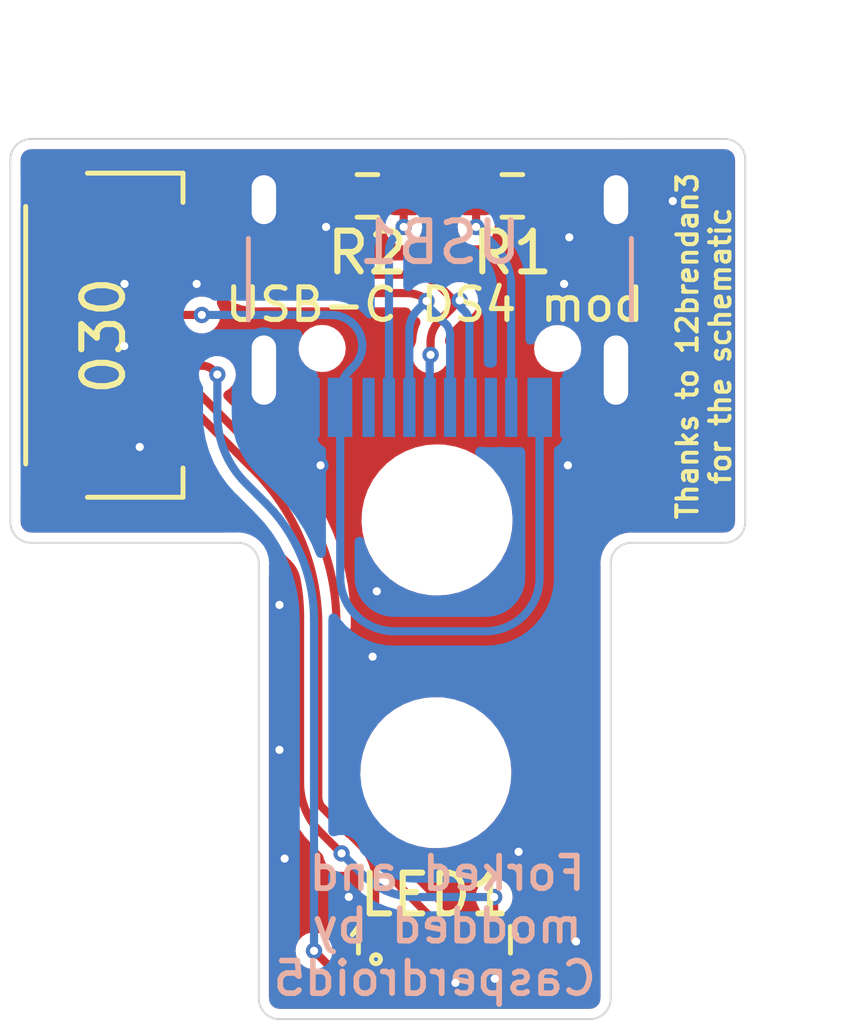
<source format=kicad_pcb>
(kicad_pcb (version 20211014) (generator pcbnew)
  (layers (0 "F.Cu" signal) (31 "B.Cu" signal) (34 "B.Paste" user) (35 "F.Paste" user) (36 "B.SilkS" user "B.Silkscreen") (37 "F.SilkS" user "F.Silkscreen") (38 "B.Mask" user) (39 "F.Mask" user) (44 "Edge.Cuts" user))
  (net 0 "")
  (net 1 "+5V")
  (net 2 "/G")
  (net 3 "/R")
  (net 4 "/B")
  (net 5 "GND")
  (net 6 "/D+")
  (net 7 "/D-")
  (net 8 "/Annode")
  (net 9 "Net-(R1-Pad1)")
  (net 10 "Net-(R2-Pad2)")
  (net 11 "Net-(USB1-PadB8)")
  (net 12 "Net-(USB1-PadA8)")
  (footprint "Resistor_SMD:R_0603_1608Metric_Pad0.98x0.95mm_HandSolder" (layer "F.Cu") (at 108.077 53.721)
    (fp_text reference "R1" (at 0 1.397) (layer "F.SilkS"))
    (fp_text value "5.1k")
    (fp_line (start -0.254724 0.5225) (end 0.254724 0.5225) (layer "F.SilkS") (width 0.12))
    (fp_line (start -0.254724 -0.5225) (end 0.254724 -0.5225) (layer "F.SilkS") (width 0.12))
    (pad "1" smd roundrect locked (at -0.9125 0) (size 0.975 0.95) (layers "F.Cu" "F.Paste" "F.Mask") (net 9 "Net-(R1-Pad1)"))
    (pad "2" smd roundrect locked (at 0.9125 0) (size 0.975 0.95) (layers "F.Cu" "F.Paste" "F.Mask") (net 5 "GND"))
  )
  (footprint "Molex 5034801200:503480-1200" (layer "F.Cu") (at 98.0646 57.138001 -90)
    (fp_text reference "J1" hide)
    (fp_text value "030" (at 0.011999 0.0206 -90) (layer "F.SilkS"))
    (fp_line (start 3.9751 0.414919) (end 3.9751 -1.9304) (layer "F.SilkS") (width 0.12))
    (fp_line (start 3.9751 -1.9304) (end 3.257345 -1.9304) (layer "F.SilkS") (width 0.12))
    (fp_line (start -3.9751 -1.9304) (end -3.9751 0.414919) (layer "F.SilkS") (width 0.12))
    (fp_line (start -3.1585 1.9304) (end 3.1585 1.9304) (layer "F.SilkS") (width 0.12))
    (fp_line (start -3.257345 -1.9304) (end -3.9751 -1.9304) (layer "F.SilkS") (width 0.12))
    (pad "1" smd rect locked (at -2.75 -1.5034 270) (size 0.3556 0.762) (layers "F.Cu" "F.Paste" "F.Mask") (net 5 "GND"))
    (pad "2" smd rect locked (at -2.250001 -1.5034 270) (size 0.3556 0.762) (layers "F.Cu" "F.Paste" "F.Mask") (net 6 "/D+"))
    (pad "3" smd rect locked (at -1.749999 -1.5034 270) (size 0.3556 0.762) (layers "F.Cu" "F.Paste" "F.Mask") (net 7 "/D-"))
    (pad "4" smd rect locked (at -1.25 -1.5034 270) (size 0.3556 0.762) (layers "F.Cu" "F.Paste" "F.Mask") (net 5 "GND"))
    (pad "5" smd rect locked (at -0.750001 -1.5034 270) (size 0.3556 0.762) (layers "F.Cu" "F.Paste" "F.Mask") (net 1 "+5V"))
    (pad "6" smd rect locked (at -0.25 -1.5034 270) (size 0.3556 0.762) (layers "F.Cu" "F.Paste" "F.Mask") (net 1 "+5V"))
    (pad "7" smd rect locked (at 0.25 -1.5034 270) (size 0.3556 0.762) (layers "F.Cu" "F.Paste" "F.Mask") (net 5 "GND"))
    (pad "8" smd rect locked (at 0.750001 -1.5034 270) (size 0.3556 0.762) (layers "F.Cu" "F.Paste" "F.Mask") (net 8 "/Annode"))
    (pad "9" smd rect locked (at 1.25 -1.5034 270) (size 0.3556 0.762) (layers "F.Cu" "F.Paste" "F.Mask") (net 2 "/G"))
    (pad "10" smd rect locked (at 1.749999 -1.5034 270) (size 0.3556 0.762) (layers "F.Cu" "F.Paste" "F.Mask") (net 3 "/R"))
    (pad "11" smd rect locked (at 2.250001 -1.5034 270) (size 0.3556 0.762) (layers "F.Cu" "F.Paste" "F.Mask") (net 4 "/B"))
    (pad "12" smd rect locked (at 2.75 -1.5034 270) (size 0.3556 0.762) (layers "F.Cu" "F.Paste" "F.Mask") (net 5 "GND"))
    (pad "13" smd rect locked (at -3.540001 1.1466 270) (size 0.3556 1.0414) (layers "F.Cu" "F.Paste" "F.Mask"))
    (pad "14" smd rect locked (at 3.540001 1.1466 270) (size 0.3556 1.0414) (layers "F.Cu" "F.Paste" "F.Mask"))
  )
  (footprint "Resistor_SMD:R_0603_1608Metric_Pad0.98x0.95mm_HandSolder" (layer "F.Cu") (at 104.521 53.721)
    (fp_text reference "R2" (at 0 1.397 180) (layer "F.SilkS"))
    (fp_text value "5.1k")
    (fp_line (start -0.254724 -0.5225) (end 0.254724 -0.5225) (layer "F.SilkS") (width 0.12))
    (fp_line (start -0.254724 0.5225) (end 0.254724 0.5225) (layer "F.SilkS") (width 0.12))
    (pad "1" smd roundrect locked (at -0.9125 0) (size 0.975 0.95) (layers "F.Cu" "F.Paste" "F.Mask") (net 5 "GND"))
    (pad "2" smd roundrect locked (at 0.9125 0) (size 0.975 0.95) (layers "F.Cu" "F.Paste" "F.Mask") (net 10 "Net-(R2-Pad2)"))
  )
  (footprint "New_LED:FM-3510RGBA-SG" (layer "F.Cu") (at 106.23 72.096)
    (fp_text reference "LED1" (at -0.058 -1.23) (layer "F.SilkS"))
    (fp_text value "LED_RAGB")
    (fp_line (start -1.93 -0.45) (end -2.08 -0.25) (layer "F.SilkS") (width 0.12))
    (fp_line (start -1.93 0.2) (end -1.93 -0.45) (layer "F.SilkS") (width 0.12))
    (fp_line (start 1.8 0.2) (end 1.8 -0.45) (layer "F.SilkS") (width 0.12))
    (fp_line (start 1.8 -0.45) (end 1.95 -0.25) (layer "F.SilkS") (width 0.12))
    (fp_circle (center -1.5 0.35) (end -1.45 0.35) (layer "F.SilkS") (width 0.12) (fill none))
    (pad "1" smd rect locked (at -1.52 -0.085) (size 0.6 0.5) (layers "F.Cu" "F.Paste" "F.Mask") (net 3 "/R"))
    (pad "2" smd rect locked (at -0.45 0.04) (size 0.44 0.75) (layers "F.Cu" "F.Paste" "F.Mask") (net 8 "/Annode"))
    (pad "3" smd rect locked (at 0.45 0.04) (size 0.44 0.75) (layers "F.Cu" "F.Paste" "F.Mask") (net 2 "/G"))
    (pad "4" smd rect locked (at 1.4 -0.085) (size 0.6 0.5) (layers "F.Cu" "F.Paste" "F.Mask") (net 4 "/B"))
  )
  (footprint "" (layer "F.Cu") (at 106.2 67.87)
    (fp_text reference "" (at 0 0) (layer "F.SilkS") (effects (font (size 1.27 1.27))))
    (fp_text value "" (at 0 0) (layer "F.SilkS") (effects (font (size 1.27 1.27))))
    (pad "" np_thru_hole circle (at 0 0) (size 3.2 3.2) (drill 3.2) (layers *.Cu *.Mask))
  )
  (footprint "MountingHole:MountingHole_3.2mm_M3" (layer "F.Cu") (at 106.23 61.67)
    (fp_text reference "REF**" hide)
    (fp_text value "MountingHole_3.2mm_M3")
    (pad "" np_thru_hole circle (at 0 0) (size 3.2 3.2) (drill 3.2) (layers *.Cu *.Mask))
  )
  (footprint "Connector_USB:USB_C_Receptacle_HRO_TYPE-C-31-M-12" (layer "B.Cu") (at 106.299 54.864)
    (fp_text reference "USB1" (at 0 0) (layer "B.SilkS") (effects (justify mirror)))
    (fp_text value "USB_C_Receptacle_USB2.0")
    (fp_line (start -4.7 1.9) (end -4.7 -0.1) (layer "B.SilkS") (width 0.12))
    (fp_line (start 4.7 1.9) (end 4.7 -0.1) (layer "B.SilkS") (width 0.12))
    (pad "" np_thru_hole circle locked (at -2.89 2.6) (size 0.65 0.65) (drill 0.65) (layers *.Cu *.Mask))
    (pad "" np_thru_hole circle locked (at 2.89 2.6) (size 0.65 0.65) (drill 0.65) (layers *.Cu *.Mask))
    (pad "A1" smd rect locked (at -3.25 4.045) (size 0.6 1.45) (layers "B.Cu" "B.Paste" "B.Mask") (net 5 "GND"))
    (pad "A4" smd rect locked (at -2.45 4.045) (size 0.6 1.45) (layers "B.Cu" "B.Paste" "B.Mask") (net 1 "+5V"))
    (pad "A5" smd rect locked (at -1.25 4.045) (size 0.3 1.45) (layers "B.Cu" "B.Paste" "B.Mask") (net 10 "Net-(R2-Pad2)"))
    (pad "A6" smd rect locked (at -0.25 4.045) (size 0.3 1.45) (layers "B.Cu" "B.Paste" "B.Mask") (net 6 "/D+"))
    (pad "A7" smd rect locked (at 0.25 4.045) (size 0.3 1.45) (layers "B.Cu" "B.Paste" "B.Mask") (net 7 "/D-"))
    (pad "A8" smd rect locked (at 1.25 4.045) (size 0.3 1.45) (layers "B.Cu" "B.Paste" "B.Mask") (net 12 "Net-(USB1-PadA8)"))
    (pad "A9" smd rect locked (at 2.45 4.045) (size 0.6 1.45) (layers "B.Cu" "B.Paste" "B.Mask") (net 1 "+5V"))
    (pad "A12" smd rect locked (at 3.25 4.045) (size 0.6 1.45) (layers "B.Cu" "B.Paste" "B.Mask") (net 5 "GND"))
    (pad "B1" smd rect locked (at 3.25 4.045) (size 0.6 1.45) (layers "B.Cu" "B.Paste" "B.Mask") (net 5 "GND"))
    (pad "B4" smd rect locked (at 2.45 4.045) (size 0.6 1.45) (layers "B.Cu" "B.Paste" "B.Mask") (net 1 "+5V"))
    (pad "B5" smd rect locked (at 1.75 4.045) (size 0.3 1.45) (layers "B.Cu" "B.Paste" "B.Mask") (net 9 "Net-(R1-Pad1)"))
    (pad "B6" smd rect locked (at 0.75 4.045) (size 0.3 1.45) (layers "B.Cu" "B.Paste" "B.Mask") (net 6 "/D+"))
    (pad "B7" smd rect locked (at -0.75 4.045) (size 0.3 1.45) (layers "B.Cu" "B.Paste" "B.Mask") (net 7 "/D-"))
    (pad "B8" smd rect locked (at -1.75 4.045) (size 0.3 1.45) (layers "B.Cu" "B.Paste" "B.Mask") (net 11 "Net-(USB1-PadB8)"))
    (pad "B9" smd rect locked (at -2.45 4.045) (size 0.6 1.45) (layers "B.Cu" "B.Paste" "B.Mask") (net 1 "+5V"))
    (pad "B12" smd rect locked (at -3.25 4.045) (size 0.6 1.45) (layers "B.Cu" "B.Paste" "B.Mask") (net 5 "GND"))
    (pad "S1" thru_hole oval locked (at -4.32 3.13) (size 1 2.1) (drill oval 0.6 1.7) (layers *.Cu *.Mask) (net 5 "GND"))
    (pad "S1" thru_hole oval locked (at -4.32 -1.05) (size 1 1.6) (drill oval 0.6 1.2) (layers *.Cu *.Mask) (net 5 "GND"))
    (pad "S1" thru_hole oval locked (at 4.32 3.13) (size 1 2.1) (drill oval 0.6 1.7) (layers *.Cu *.Mask) (net 5 "GND"))
    (pad "S1" thru_hole oval locked (at 4.32 -1.05) (size 1 1.6) (drill oval 0.6 1.2) (layers *.Cu *.Mask) (net 5 "GND"))
  )
  (gr_line (start 110.49 73.406) (end 110.49 62.738) (layer "Edge.Cuts") (width 0.05))
  (gr_line (start 110.998 62.23) (end 113.284 62.23) (layer "Edge.Cuts") (width 0.05))
  (gr_line (start 113.792 61.722) (end 113.792 52.832) (layer "Edge.Cuts") (width 0.05))
  (gr_line (start 101.854 62.738) (end 101.854 73.406) (layer "Edge.Cuts") (width 0.05))
  (gr_line (start 110.744 52.324) (end 96.266 52.324) (layer "Edge.Cuts") (width 0.05))
  (gr_arc (start 95.758 52.832) (mid 95.90679 52.47279) (end 96.266 52.324) (layer "Edge.Cuts") (width 0.05))
  (gr_arc (start 110.49 62.738) (mid 110.63879 62.37879) (end 110.998 62.23) (layer "Edge.Cuts") (width 0.05))
  (gr_arc (start 96.266 62.23) (mid 95.90679 62.08121) (end 95.758 61.722) (layer "Edge.Cuts") (width 0.05))
  (gr_line (start 95.758 52.832) (end 95.758 61.722) (layer "Edge.Cuts") (width 0.05))
  (gr_arc (start 113.284 52.324) (mid 113.64321 52.47279) (end 113.792 52.832) (layer "Edge.Cuts") (width 0.05))
  (gr_arc (start 102.362 73.914) (mid 102.00279 73.76521) (end 101.854 73.406) (layer "Edge.Cuts") (width 0.05))
  (gr_line (start 96.266 62.23) (end 101.346 62.23) (layer "Edge.Cuts") (width 0.05))
  (gr_line (start 102.362 73.914) (end 109.982 73.914) (layer "Edge.Cuts") (width 0.05))
  (gr_arc (start 101.346 62.23) (mid 101.70521 62.37879) (end 101.854 62.738) (layer "Edge.Cuts") (width 0.05))
  (gr_arc (start 110.49 73.406) (mid 110.34121 73.76521) (end 109.982 73.914) (layer "Edge.Cuts") (width 0.05))
  (gr_line (start 113.284 52.324) (end 110.744 52.324) (layer "Edge.Cuts") (width 0.05))
  (gr_arc (start 113.792 61.722) (mid 113.64321 62.08121) (end 113.284 62.23) (layer "Edge.Cuts") (width 0.05))
  (gr_text "Forked and \nmodded by \nCasperdroid5" (at 106.172 71.628) (layer "B.SilkS") (effects (font (size 0.8 0.8) (thickness 0.14)) (justify mirror)))
  (gr_text "USB-C DS4 mod" (at 106.172 56.388) (layer "F.SilkS") (effects (font (size 0.8 0.8) (thickness 0.125))))
  (gr_text "Thanks to 12brendan3\nfor the schematic" (at 112.776 57.404 90) (layer "F.SilkS") (effects (font (size 0.5 0.5) (thickness 0.1))))
  (segment (start 99.568 56.518999) (end 99.568 56.765) (width 0.2) (layer "F.Cu") (net 1))
  (segment (start 99.568 56.518999) (end 99.568 56.388) (width 0.2) (layer "F.Cu") (net 1))
  (segment (start 99.568 56.765) (end 99.568 56.888001) (width 0.2) (layer "F.Cu") (net 1))
  (segment (start 99.691 56.642) (end 100.457 56.642) (width 0.2) (layer "F.Cu") (net 1))
  (via (at 100.457 56.642) (size 0.4) (drill 0.2) (layers "F.Cu" "B.Cu") (net 1))
  (arc (start 99.691 56.642) (mid 99.604025 56.678025) (end 99.568 56.765) (width 0.2) (layer "F.Cu") (net 1))
  (arc (start 99.691 56.642) (mid 99.604025 56.605973) (end 99.568 56.518999) (width 0.2) (layer "F.Cu") (net 1))
  (segment (start 104.179217 56.871717) (end 104.17175 56.86425) (width 0.2) (layer "B.Cu") (net 1))
  (segment (start 104.179216 57.90878) (end 104.085881 58.002116) (width 0.2) (layer "B.Cu") (net 1))
  (segment (start 100.457 56.642) (end 103.635191 56.642) (width 0.2) (layer "B.Cu") (net 1))
  (segment (start 105.179421 64.4) (end 107.421992 64.4) (width 0.2) (layer "B.Cu") (net 1))
  (segment (start 103.853 58.915828) (end 103.853 63.073578) (width 0.2) (layer "B.Cu") (net 1))
  (segment (start 108.745 63.076992) (end 108.745 58.915828) (width 0.2) (layer "B.Cu") (net 1))
  (arc (start 104.2415 64.0115) (mid 103.953967 63.581177) (end 103.853 63.073578) (width 0.2) (layer "B.Cu") (net 1))
  (arc (start 108.3575 64.0125) (mid 107.928285 64.299292) (end 107.421992 64.4) (width 0.2) (layer "B.Cu") (net 1))
  (arc (start 103.635191 56.642) (mid 103.925574 56.69976) (end 104.17175 56.86425) (width 0.2) (layer "B.Cu") (net 1))
  (arc (start 104.179217 56.871717) (mid 104.338179 57.109621) (end 104.394 57.390249) (width 0.2) (layer "B.Cu") (net 1))
  (arc (start 108.745 63.076992) (mid 108.644292 63.583285) (end 108.3575 64.0125) (width 0.2) (layer "B.Cu") (net 1))
  (arc (start 104.394 57.390249) (mid 104.338179 57.670876) (end 104.179216 57.90878) (width 0.2) (layer "B.Cu") (net 1))
  (arc (start 103.849 58.573999) (mid 103.910563 58.264498) (end 104.085881 58.002116) (width 0.2) (layer "B.Cu") (net 1))
  (arc (start 105.179421 64.4) (mid 104.671822 64.299032) (end 104.2415 64.0115) (width 0.2) (layer "B.Cu") (net 1))
  (segment (start 105.357527 70.697879) (end 106.639112 71.979464) (width 0.2) (layer "F.Cu") (net 2))
  (segment (start 103.759 64.191277) (end 103.759 64.243085) (width 0.2) (layer "F.Cu") (net 2))
  (segment (start 102.165207 60.343521) (end 100.436557 58.614871) (width 0.2) (layer "F.Cu") (net 2))
  (segment (start 99.888843 58.388001) (end 99.568 58.388001) (width 0.2) (layer "F.Cu") (net 2))
  (segment (start 103.74 67.825) (end 103.74 64.223712) (width 0.2) (layer "F.Cu") (net 2))
  (segment (start 104.918872 69.638872) (end 104.189012 68.909012) (width 0.2) (layer "F.Cu") (net 2))
  (segment (start 103.7495 64.200777) (end 103.759 64.191277) (width 0.2) (layer "F.Cu") (net 2))
  (arc (start 100.436557 58.614871) (mid 100.185263 58.446962) (end 99.888843 58.388001) (width 0.2) (layer "F.Cu") (net 2))
  (arc (start 103.74 67.825) (mid 103.856694 68.411663) (end 104.189012 68.909012) (width 0.2) (layer "F.Cu") (net 2))
  (arc (start 105.1382 70.168376) (mid 105.195201 70.454941) (end 105.357527 70.697879) (width 0.2) (layer "F.Cu") (net 2))
  (arc (start 105.1382 70.168376) (mid 105.081198 69.88181) (end 104.918872 69.638872) (width 0.2) (layer "F.Cu") (net 2))
  (arc (start 103.74 64.223712) (mid 103.742468 64.211299) (end 103.7495 64.200777) (width 0.2) (layer "F.Cu") (net 2))
  (arc (start 102.165207 60.343521) (mid 103.344786 62.108886) (end 103.759 64.191277) (width 0.2) (layer "F.Cu") (net 2))
  (segment (start 104.396376 69.688624) (end 104.089028 69.381276) (width 0.2) (layer "F.Cu") (net 3))
  (segment (start 103.301838 63.890136) (end 103.291659 63.773804) (width 0.2) (layer "F.Cu") (net 3))
  (segment (start 103.33178 68.578521) (end 103.339385 68.601924) (width 0.2) (layer "F.Cu") (net 3))
  (segment (start 104.058723 69.368723) (end 103.399624 68.709624) (width 0.2) (layer "F.Cu") (net 3))
  (segment (start 103.3145 64.356839) (end 103.3145 68.469427) (width 0.2) (layer "F.Cu") (net 3))
  (segment (start 100.282818 59.013626) (end 100.312968 59.033769) (width 0.2) (layer "F.Cu") (net 3))
  (segment (start 104.71 70.445779) (end 104.71 72.011) (width 0.2) (layer "F.Cu") (net 3))
  (segment (start 99.981781 58.896608) (end 100.017342 58.90368) (width 0.2) (layer "F.Cu") (net 3))
  (segment (start 101.664337 60.372995) (end 100.421133 59.129791) (width 0.2) (layer "F.Cu") (net 3))
  (segment (start 102.060443 60.801425) (end 101.985381 60.71197) (width 0.2) (layer "F.Cu") (net 3))
  (arc (start 103.33178 68.578521) (mid 103.318846 68.524654) (end 103.3145 68.469427) (width 0.2) (layer "F.Cu") (net 3))
  (arc (start 102.344545 61.171673) (mid 102.206533 60.983449) (end 102.060443 60.801425) (width 0.2) (layer "F.Cu") (net 3))
  (arc (start 102.810793 61.979232) (mid 102.707562 61.769902) (end 102.595299 61.565275) (width 0.2) (layer "F.Cu") (net 3))
  (arc (start 103.313259 64.123265) (mid 103.309782 64.006591) (end 103.301838 63.890136) (width 0.2) (layer "F.Cu") (net 3))
  (arc (start 100.155494 58.945579) (mid 100.087447 58.921236) (end 100.017342 58.90368) (width 0.2) (layer "F.Cu") (net 3))
  (arc (start 100.155494 58.945579) (mid 100.220827 58.976475) (end 100.282818 59.013626) (width 0.2) (layer "F.Cu") (net 3))
  (arc (start 103.363273 68.659593) (mid 103.37948 68.686038) (end 103.399624 68.709624) (width 0.2) (layer "F.Cu") (net 3))
  (arc (start 101.828615 60.539041) (mid 101.746698 60.455798) (end 101.664337 60.372995) (width 0.2) (layer "F.Cu") (net 3))
  (arc (start 100.369307 59.079031) (mid 100.395351 59.104276) (end 100.421133 59.129791) (width 0.2) (layer "F.Cu") (net 3))
  (arc (start 103.3145 64.356839) (mid 103.314189 64.24005) (end 103.313259 64.123265) (width 0.2) (layer "F.Cu") (net 3))
  (arc (start 102.344545 61.171673) (mid 102.474216 61.365738) (end 102.595299 61.565275) (width 0.2) (layer "F.Cu") (net 3))
  (arc (start 102.989389 62.410395) (mid 103.064414 62.631408) (end 103.129728 62.855483) (width 0.2) (layer "F.Cu") (net 3))
  (arc (start 103.23074 63.311108) (mid 103.185205 63.082193) (end 103.129728 62.855483) (width 0.2) (layer "F.Cu") (net 3))
  (arc (start 104.396376 69.688624) (mid 104.628491 70.036009) (end 104.71 70.445779) (width 0.2) (layer "F.Cu") (net 3))
  (arc (start 100.369307 59.079031) (mid 100.342131 59.055162) (end 100.312968 59.033769) (width 0.2) (layer "F.Cu") (net 3))
  (arc (start 102.810793 61.979232) (mid 102.904795 62.192865) (end 102.989389 62.410395) (width 0.2) (layer "F.Cu") (net 3))
  (arc (start 99.909937 58.888766) (mid 99.873668 58.888191) (end 99.837396 58.888) (width 0.2) (layer "F.Cu") (net 3))
  (arc (start 101.828615 60.539041) (mid 101.908653 60.624005) (end 101.985381 60.71197) (width 0.2) (layer "F.Cu") (net 3))
  (arc (start 104.058723 69.368723) (mid 104.065675 69.373368) (end 104.073876 69.375) (width 0.2) (layer "F.Cu") (net 3))
  (arc (start 104.073876 69.375) (mid 104.082076 69.376631) (end 104.089028 69.381276) (width 0.2) (layer "F.Cu") (net 3))
  (arc (start 103.23074 63.311108) (mid 103.266247 63.541791) (end 103.291659 63.773804) (width 0.2) (layer "F.Cu") (net 3))
  (arc (start 99.909937 58.888766) (mid 99.946031 58.891113) (end 99.981781 58.896608) (width 0.2) (layer "F.Cu") (net 3))
  (arc (start 103.363273 68.659593) (mid 103.350196 68.631228) (end 103.339385 68.601924) (width 0.2) (layer "F.Cu") (net 3))
  (segment (start 107.63 70.92) (end 107.63 72.011) (width 0.2) (layer "F.Cu") (net 4))
  (segment (start 100.615266 60.785362) (end 102.572324 62.74242) (width 0.2) (layer "F.Cu") (net 4))
  (segment (start 102.867277 68.110931) (end 102.867277 64.033038) (width 0.2) (layer "F.Cu") (net 4))
  (segment (start 100.044495 59.388002) (end 99.568 59.388002) (width 0.2) (layer "F.Cu") (net 4))
  (segment (start 100.287444 59.993929) (end 100.287444 59.63095) (width 0.2) (layer "F.Cu") (net 4))
  (segment (start 103.376638 69.340638) (end 103.886 69.85) (width 0.2) (layer "F.Cu") (net 4))
  (via (at 107.63 70.92) (size 0.4) (drill 0.2) (layers "F.Cu" "B.Cu") (net 4))
  (via (at 103.886 69.85) (size 0.4) (drill 0.2) (layers "F.Cu" "B.Cu") (net 4))
  (arc (start 102.77808 63.127366) (mid 102.703753 62.919632) (end 102.572324 62.74242) (width 0.2) (layer "F.Cu") (net 4))
  (arc (start 102.867277 68.110931) (mid 102.999655 68.776443) (end 103.376638 69.340638) (width 0.2) (layer "F.Cu") (net 4))
  (arc (start 100.044495 59.388002) (mid 100.137467 59.406495) (end 100.216286 59.45916) (width 0.2) (layer "F.Cu") (net 4))
  (arc (start 100.216286 59.45916) (mid 100.26895 59.537978) (end 100.287444 59.63095) (width 0.2) (layer "F.Cu") (net 4))
  (arc (start 102.867277 64.033038) (mid 102.861685 63.80525) (end 102.844924 63.578011) (width 0.2) (layer "F.Cu") (net 4))
  (arc (start 100.287444 59.993929) (mid 100.372642 60.422249) (end 100.615266 60.785362) (width 0.2) (layer "F.Cu") (net 4))
  (arc (start 102.77808 63.127366) (mid 102.817033 63.351868) (end 102.844924 63.578011) (width 0.2) (layer "F.Cu") (net 4))
  (segment (start 105.712604 70.92) (end 107.63 70.92) (width 0.2) (layer "B.Cu") (net 4))
  (segment (start 103.886 69.85) (end 104.421 70.385) (width 0.2) (layer "B.Cu") (net 4))
  (arc (start 105.712604 70.92) (mid 105.013593 70.780958) (end 104.421 70.385) (width 0.2) (layer "B.Cu") (net 4))
  (segment (start 98.560001 55.88) (end 98.564001 55.884) (width 0.2) (layer "F.Cu") (net 5))
  (segment (start 100.316341 55.888001) (end 99.568 55.888001) (width 0.2) (layer "F.Cu") (net 5))
  (segment (start 98.573659 55.888001) (end 99.568 55.888001) (width 0.2) (layer "F.Cu") (net 5))
  (segment (start 98.552 57.404) (end 98.559999 57.396) (width 0.2) (layer "F.Cu") (net 5))
  (segment (start 98.579312 57.388001) (end 99.568 57.388001) (width 0.2) (layer "F.Cu") (net 5))
  (segment (start 98.945805 59.888001) (end 99.568 59.888001) (width 0.2) (layer "F.Cu") (net 5))
  (segment (start 98.933 59.8805) (end 98.93675 59.88425) (width 0.2) (layer "F.Cu") (net 5))
  (segment (start 100.33 55.88) (end 100.325999 55.884) (width 0.2) (layer "F.Cu") (net 5))
  (via (at 109.44 60.33) (size 0.4) (drill 0.2) (layers "F.Cu" "B.Cu") (net 5))
  (via (at 109.474 54.737) (size 0.4) (drill 0.2) (layers "F.Cu" "B.Cu") (net 5))
  (via (at 102.489 69.977) (size 0.4) (drill 0.2) (layers "F.Cu" "B.Cu") (net 5))
  (via (at 100.33 55.88) (size 0.4) (drill 0.2) (layers "F.Cu" "B.Cu") (net 5))
  (via (at 104.648 65.024) (size 0.4) (drill 0.2) (layers "F.Cu" "B.Cu") (net 5))
  (via (at 109.64 72.01) (size 0.4) (drill 0.2) (layers "F.Cu" "B.Cu") (net 5))
  (via (at 103.37 60.33) (size 0.4) (drill 0.2) (layers "F.Cu" "B.Cu") (net 5))
  (via (at 102.362 63.754) (size 0.4) (drill 0.2) (layers "F.Cu" "B.Cu") (net 5))
  (via (at 106.68 73.025) (size 0.4) (drill 0.2) (layers "F.Cu" "B.Cu") (net 5))
  (via (at 102.362 67.31) (size 0.4) (drill 0.2) (layers "F.Cu" "B.Cu") (net 5))
  (via (at 108.23 69.81) (size 0.4) (drill 0.2) (layers "F.Cu" "B.Cu") (net 5))
  (via (at 104.75 63.42) (size 0.4) (drill 0.2) (layers "F.Cu" "B.Cu") (net 5))
  (via (at 103.505 54.483) (size 0.4) (drill 0.2) (layers "F.Cu" "B.Cu") (net 5))
  (via (at 98.560001 55.88) (size 0.4) (drill 0.2) (layers "F.Cu" "B.Cu") (net 5))
  (via (at 109.347 55.88) (size 0.4) (drill 0.2) (layers "F.Cu" "B.Cu") (net 5))
  (via (at 104.0638 70.9168) (size 0.4) (drill 0.2) (layers "F.Cu" "B.Cu") (net 5))
  (via (at 98.552 57.404) (size 0.4) (drill 0.2) (layers "F.Cu" "B.Cu") (net 5))
  (via (at 107.6452 72.9234) (size 0.4) (drill 0.2) (layers "F.Cu" "B.Cu") (net 5))
  (via (at 98.933 59.8805) (size 0.4) (drill 0.2) (layers "F.Cu" "B.Cu") (net 5))
  (via (at 112.014 53.848) (size 0.4) (drill 0.2) (layers "F.Cu" "B.Cu") (net 5))
  (arc (start 98.579312 57.388001) (mid 98.56886 57.390079) (end 98.559999 57.396) (width 0.2) (layer "F.Cu") (net 5))
  (arc (start 98.573659 55.888001) (mid 98.568432 55.886961) (end 98.564001 55.884) (width 0.2) (layer "F.Cu") (net 5))
  (arc (start 100.316341 55.888001) (mid 100.321568 55.886961) (end 100.325999 55.884) (width 0.2) (layer "F.Cu") (net 5))
  (arc (start 98.93675 59.88425) (mid 98.940904 59.887026) (end 98.945805 59.888001) (width 0.2) (layer "F.Cu") (net 5))
  (segment (start 106.78281 56.28519) (end 106.28991 56.778089) (width 0.2) (layer "F.Cu") (net 6))
  (segment (start 100.121822 54.888) (end 99.601376 54.888) (width 0.2) (layer "F.Cu") (net 6))
  (segment (start 100.971489 55.123789) (end 101.1317 55.284) (width 0.2) (layer "F.Cu") (net 6))
  (segment (start 100.18218 54.913001) (end 100.462601 54.913001) (width 0.2) (layer "F.Cu") (net 6))
  (segment (start 106.78281 56.28519) (end 106.712099 56.28519) (width 0.2) (layer "F.Cu") (net 6))
  (segment (start 106.07 57.62) (end 106.07 57.309) (width 0.2) (layer "F.Cu") (net 6))
  (segment (start 105.565587 55.655) (end 102.027372 55.655) (width 0.2) (layer "F.Cu") (net 6))
  (segment (start 106.326294 55.970095) (end 106.591389 56.23519) (width 0.2) (layer "F.Cu") (net 6))
  (via (at 106.07 57.62) (size 0.4) (drill 0.2) (layers "F.Cu" "B.Cu") (net 6))
  (via (at 106.78281 56.28519) (size 0.4) (drill 0.2) (layers "F.Cu" "B.Cu") (net 6))
  (arc (start 106.28991 56.778089) (mid 106.127152 57.021673) (end 106.07 57.309) (width 0.2) (layer "F.Cu") (net 6))
  (arc (start 100.121822 54.888) (mid 100.138155 54.891248) (end 100.152001 54.9005) (width 0.2) (layer "F.Cu") (net 6))
  (arc (start 102.027372 55.655) (mid 101.542638 55.55858) (end 101.1317 55.284) (width 0.2) (layer "F.Cu") (net 6))
  (arc (start 105.565587 55.655) (mid 105.977278 55.73689) (end 106.326294 55.970095) (width 0.2) (layer "F.Cu") (net 6))
  (arc (start 100.971489 55.123789) (mid 100.738009 54.967783) (end 100.462601 54.913001) (width 0.2) (layer "F.Cu") (net 6))
  (arc (start 100.152001 54.9005) (mid 100.165847 54.909752) (end 100.18218 54.913001) (width 0.2) (layer "F.Cu") (net 6))
  (arc (start 106.591389 56.23519) (mid 106.646771 56.272195) (end 106.712099 56.28519) (width 0.2) (layer "F.Cu") (net 6))
  (segment (start 106.832809 56.47661) (end 106.903405 56.547206) (width 0.2) (layer "B.Cu") (net 6))
  (segment (start 107.024 56.838348) (end 107.024 58.866322) (width 0.2) (layer "B.Cu") (net 6))
  (segment (start 106.07 57.62) (end 106.0595 57.6305) (width 0.2) (layer "B.Cu") (net 6))
  (segment (start 106.78281 56.28519) (end 106.78281 56.3559) (width 0.2) (layer "B.Cu") (net 6))
  (segment (start 106.049 57.655849) (end 106.049 58.909) (width 0.2) (layer "B.Cu") (net 6))
  (arc (start 106.832809 56.47661) (mid 106.795804 56.421228) (end 106.78281 56.3559) (width 0.2) (layer "B.Cu") (net 6))
  (arc (start 107.024 56.838348) (mid 106.992658 56.680783) (end 106.903405 56.547206) (width 0.2) (layer "B.Cu") (net 6))
  (arc (start 106.0595 57.6305) (mid 106.051728 57.64213) (end 106.049 57.655849) (width 0.2) (layer "B.Cu") (net 6))
  (segment (start 105.874607 56.203303) (end 105.969538 56.298234) (width 0.2) (layer "F.Cu") (net 7))
  (segment (start 105.472386 56.105) (end 101.840972 56.105) (width 0.2) (layer "F.Cu") (net 7))
  (segment (start 100.121822 55.388002) (end 99.568 55.388002) (width 0.2) (layer "F.Cu") (net 7))
  (segment (start 100.18218 55.363001) (end 100.369401 55.363001) (width 0.2) (layer "F.Cu") (net 7))
  (segment (start 105.97 56.299348) (end 105.97 56.3) (width 0.2) (layer "F.Cu") (net 7))
  (segment (start 100.719186 55.507886) (end 100.9453 55.734) (width 0.2) (layer "F.Cu") (net 7))
  (via (at 105.97 56.3) (size 0.4) (drill 0.2) (layers "F.Cu" "B.Cu") (net 7))
  (arc (start 100.121822 55.388002) (mid 100.138155 55.384753) (end 100.152001 55.375501) (width 0.2) (layer "F.Cu") (net 7))
  (arc (start 101.840972 56.105) (mid 101.356238 56.00858) (end 100.9453 55.734) (width 0.2) (layer "F.Cu") (net 7))
  (arc (start 105.874607 56.203303) (mid 105.679116 56.130495) (end 105.472386 56.105) (width 0.2) (layer "F.Cu") (net 7))
  (arc (start 100.18218 55.363001) (mid 100.165847 55.366249) (end 100.152001 55.375501) (width 0.2) (layer "F.Cu") (net 7))
  (arc (start 105.969538 56.298234) (mid 105.969879 56.298745) (end 105.97 56.299348) (width 0.2) (layer "F.Cu") (net 7))
  (arc (start 100.719186 55.507886) (mid 100.558703 55.400655) (end 100.369401 55.363001) (width 0.2) (layer "F.Cu") (net 7))
  (segment (start 106.471002 56.894351) (end 106.003003 56.426352) (width 0.2) (layer "B.Cu") (net 7))
  (segment (start 105.97 56.3) (end 105.7595 56.5105) (width 0.2) (layer "B.Cu") (net 7))
  (segment (start 106.549 57.130291) (end 106.549 58.909) (width 0.2) (layer "B.Cu") (net 7))
  (segment (start 105.549 57.018691) (end 105.549 58.909) (width 0.2) (layer "B.Cu") (net 7))
  (segment (start 105.97 56.3) (end 105.97 56.346674) (width 0.2) (layer "B.Cu") (net 7))
  (arc (start 105.97 56.346674) (mid 105.978577 56.389795) (end 106.003003 56.426352) (width 0.2) (layer "B.Cu") (net 7))
  (arc (start 106.471002 56.894351) (mid 106.528541 57.006383) (end 106.549 57.130291) (width 0.2) (layer "B.Cu") (net 7))
  (arc (start 105.7595 56.5105) (mid 105.603707 56.74366) (end 105.549 57.018691) (width 0.2) (layer "B.Cu") (net 7))
  (segment (start 100.730751 57.995251) (end 100.838 58.1025) (width 0.2) (layer "F.Cu") (net 8))
  (segment (start 105.365173 72.8726) (end 104.289915 72.8726) (width 0.2) (layer "F.Cu") (net 8))
  (segment (start 105.78 72.457773) (end 105.78 72.136) (width 0.2) (layer "F.Cu") (net 8))
  (segment (start 103.5263 72.5563) (end 103.21 72.24) (width 0.2) (layer "F.Cu") (net 8))
  (segment (start 100.471829 57.888002) (end 99.568 57.888002) (width 0.2) (layer "F.Cu") (net 8))
  (via (at 103.21 72.24) (size 0.4) (drill 0.2) (layers "F.Cu" "B.Cu") (net 8))
  (via (at 100.838 58.1025) (size 0.4) (drill 0.2) (layers "F.Cu" "B.Cu") (net 8))
  (arc (start 105.6585 72.7511) (mid 105.748423 72.61652) (end 105.78 72.457773) (width 0.2) (layer "F.Cu") (net 8))
  (arc (start 100.471829 57.888002) (mid 100.611956 57.915875) (end 100.730751 57.995251) (width 0.2) (layer "F.Cu") (net 8))
  (arc (start 104.289915 72.8726) (mid 103.876649 72.790396) (end 103.5263 72.5563) (width 0.2) (layer "F.Cu") (net 8))
  (arc (start 105.365173 72.8726) (mid 105.52392 72.841023) (end 105.6585 72.7511) (width 0.2) (layer "F.Cu") (net 8))
  (segment (start 100.838 58.1025) (end 100.838 59.08675) (width 0.2) (layer "B.Cu") (net 8))
  (segment (start 103.21 64.120257) (end 103.21 72.24) (width 0.2) (layer "B.Cu") (net 8))
  (segment (start 102.024 61.257) (end 101.533969 60.766969) (width 0.2) (layer "B.Cu") (net 8))
  (arc (start 101.533969 60.766969) (mid 101.018876 59.996078) (end 100.838 59.08675) (width 0.2) (layer "B.Cu") (net 8))
  (arc (start 102.024 61.257) (mid 102.901768 62.570673) (end 103.21 64.120257) (width 0.2) (layer "B.Cu") (net 8))
  (segment (start 107.188 54.483) (end 107.188 53.761117) (width 0.2) (layer "F.Cu") (net 9))
  (via (at 107.188 54.483) (size 0.4) (drill 0.2) (layers "F.Cu" "B.Cu") (net 9))
  (segment (start 108.047008 55.837297) (end 108.047008 58.907008) (width 0.2) (layer "B.Cu") (net 9))
  (segment (start 107.6185 54.9135) (end 107.188 54.483) (width 0.2) (layer "B.Cu") (net 9))
  (arc (start 107.6185 54.9135) (mid 107.914103 55.337668) (end 108.047008 55.837297) (width 0.2) (layer "B.Cu") (net 9))
  (segment (start 105.41 53.761117) (end 105.41 54.483) (width 0.2) (layer "F.Cu") (net 10))
  (via (at 105.41 54.483) (size 0.4) (drill 0.2) (layers "F.Cu" "B.Cu") (net 10))
  (segment (start 105.41 54.483) (end 105.2295 54.6635) (width 0.2) (layer "B.Cu") (net 10))
  (segment (start 105.049 55.099265) (end 105.049 58.909) (width 0.2) (layer "B.Cu") (net 10))
  (arc (start 105.2295 54.6635) (mid 105.09591 54.86343) (end 105.049 55.099265) (width 0.2) (layer "B.Cu") (net 10))
  (zone (net 5) (net_name "GND") (layer "F.Cu") (connect_pads yes (clearance 0.25)) (min_thickness 0.25) (fill yes (thermal_gap 0.25) (thermal_bridge_width 0.508))
    (polygon (pts (xy 113.919 62.357) (xy 110.617 62.357) (xy 110.617 74.041) (xy 101.727 74.041) (xy 101.727 62.357) (xy 95.631 62.357) (xy 95.631 52.197) (xy 114.046 52.07)))
  )
  (zone (net 5) (net_name "GND") (layer "B.Cu") (connect_pads yes (clearance 0.25)) (min_thickness 0.25) (fill yes (thermal_gap 0.25) (thermal_bridge_width 0.508))
    (polygon (pts (xy 113.919 52.197) (xy 113.919 62.357) (xy 110.617 62.357) (xy 110.617 74.041) (xy 101.727 74.041) (xy 101.727 62.357) (xy 95.631 62.357) (xy 95.504 52.07)))
  )
)
</source>
